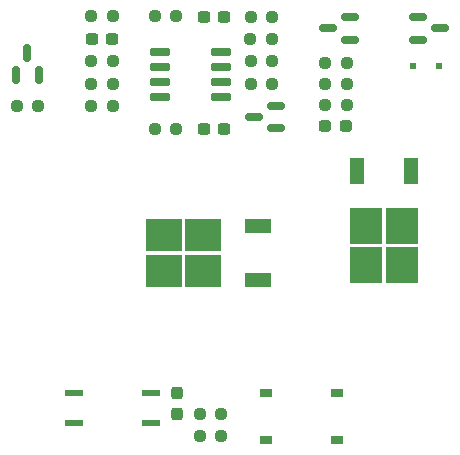
<source format=gbr>
%TF.GenerationSoftware,KiCad,Pcbnew,(6.0.8)*%
%TF.CreationDate,2022-10-20T22:21:07+02:00*%
%TF.ProjectId,WDSSR,57445353-522e-46b6-9963-61645f706362,rev?*%
%TF.SameCoordinates,PX7270e00PY4c4b400*%
%TF.FileFunction,Paste,Top*%
%TF.FilePolarity,Positive*%
%FSLAX45Y45*%
G04 Gerber Fmt 4.5, Leading zero omitted, Abs format (unit mm)*
G04 Created by KiCad (PCBNEW (6.0.8)) date 2022-10-20 22:21:07*
%MOMM*%
%LPD*%
G01*
G04 APERTURE LIST*
G04 Aperture macros list*
%AMRoundRect*
0 Rectangle with rounded corners*
0 $1 Rounding radius*
0 $2 $3 $4 $5 $6 $7 $8 $9 X,Y pos of 4 corners*
0 Add a 4 corners polygon primitive as box body*
4,1,4,$2,$3,$4,$5,$6,$7,$8,$9,$2,$3,0*
0 Add four circle primitives for the rounded corners*
1,1,$1+$1,$2,$3*
1,1,$1+$1,$4,$5*
1,1,$1+$1,$6,$7*
1,1,$1+$1,$8,$9*
0 Add four rect primitives between the rounded corners*
20,1,$1+$1,$2,$3,$4,$5,0*
20,1,$1+$1,$4,$5,$6,$7,0*
20,1,$1+$1,$6,$7,$8,$9,0*
20,1,$1+$1,$8,$9,$2,$3,0*%
G04 Aperture macros list end*
%ADD10R,3.050000X2.750000*%
%ADD11R,2.200000X1.200000*%
%ADD12R,1.000000X0.700000*%
%ADD13RoundRect,0.237500X-0.237500X0.287500X-0.237500X-0.287500X0.237500X-0.287500X0.237500X0.287500X0*%
%ADD14RoundRect,0.137500X0.662500X0.137500X-0.662500X0.137500X-0.662500X-0.137500X0.662500X-0.137500X0*%
%ADD15RoundRect,0.150000X0.150000X-0.587500X0.150000X0.587500X-0.150000X0.587500X-0.150000X-0.587500X0*%
%ADD16R,2.750000X3.050000*%
%ADD17R,1.200000X2.200000*%
%ADD18RoundRect,0.237500X-0.250000X-0.237500X0.250000X-0.237500X0.250000X0.237500X-0.250000X0.237500X0*%
%ADD19RoundRect,0.237500X0.250000X0.237500X-0.250000X0.237500X-0.250000X-0.237500X0.250000X-0.237500X0*%
%ADD20RoundRect,0.150000X-0.587500X-0.150000X0.587500X-0.150000X0.587500X0.150000X-0.587500X0.150000X0*%
%ADD21RoundRect,0.237500X0.300000X0.237500X-0.300000X0.237500X-0.300000X-0.237500X0.300000X-0.237500X0*%
%ADD22RoundRect,0.150000X-0.725000X-0.150000X0.725000X-0.150000X0.725000X0.150000X-0.725000X0.150000X0*%
%ADD23RoundRect,0.150000X0.587500X0.150000X-0.587500X0.150000X-0.587500X-0.150000X0.587500X-0.150000X0*%
%ADD24RoundRect,0.237500X-0.300000X-0.237500X0.300000X-0.237500X0.300000X0.237500X-0.300000X0.237500X0*%
%ADD25RoundRect,0.237500X-0.287500X-0.237500X0.287500X-0.237500X0.287500X0.237500X-0.287500X0.237500X0*%
%ADD26R,0.500000X0.500000*%
G04 APERTURE END LIST*
D10*
X2577500Y-1997500D03*
X2242500Y-1997500D03*
X2577500Y-2302500D03*
X2242500Y-2302500D03*
D11*
X3040000Y-2378000D03*
X3040000Y-1922000D03*
D12*
X3111500Y-3336000D03*
X3111500Y-3736000D03*
X3706500Y-3736000D03*
X3706500Y-3336000D03*
D13*
X2356000Y-3339500D03*
X2356000Y-3514500D03*
D14*
X2134000Y-3594000D03*
X2134000Y-3340000D03*
X1484000Y-3340000D03*
X1484000Y-3594000D03*
D15*
X995000Y-643750D03*
X1185000Y-643750D03*
X1090000Y-456250D03*
D16*
X4257500Y-1921500D03*
X3952500Y-1921500D03*
X4257500Y-2256500D03*
X3952500Y-2256500D03*
D17*
X4333000Y-1459000D03*
X3877000Y-1459000D03*
D18*
X2547750Y-3515000D03*
X2730250Y-3515000D03*
D19*
X2732250Y-3705000D03*
X2549750Y-3705000D03*
D20*
X4396250Y-155000D03*
X4396250Y-345000D03*
X4583750Y-250000D03*
D19*
X3791250Y-540000D03*
X3608750Y-540000D03*
D21*
X2756250Y-1100000D03*
X2583750Y-1100000D03*
D18*
X2168750Y-150000D03*
X2351250Y-150000D03*
D21*
X1805250Y-339000D03*
X1632750Y-339000D03*
D22*
X2212500Y-449500D03*
X2212500Y-576500D03*
X2212500Y-703500D03*
X2212500Y-830500D03*
X2727500Y-830500D03*
X2727500Y-703500D03*
X2727500Y-576500D03*
X2727500Y-449500D03*
D23*
X3823750Y-345000D03*
X3823750Y-155000D03*
X3636250Y-250000D03*
D19*
X2351250Y-1100000D03*
X2168750Y-1100000D03*
D18*
X1628750Y-149000D03*
X1811250Y-149000D03*
X998750Y-910000D03*
X1181250Y-910000D03*
D19*
X3160250Y-343000D03*
X2977750Y-343000D03*
D18*
X3608750Y-900000D03*
X3791250Y-900000D03*
D19*
X3161250Y-720000D03*
X2978750Y-720000D03*
X1811250Y-530000D03*
X1628750Y-530000D03*
D23*
X3193750Y-1095000D03*
X3193750Y-905000D03*
X3006250Y-1000000D03*
D18*
X3608750Y-720000D03*
X3791250Y-720000D03*
D24*
X2583750Y-151000D03*
X2756250Y-151000D03*
D18*
X2978750Y-153000D03*
X3161250Y-153000D03*
D19*
X1812250Y-720000D03*
X1629750Y-720000D03*
D18*
X2978750Y-528000D03*
X3161250Y-528000D03*
D25*
X3612500Y-1080000D03*
X3787500Y-1080000D03*
D18*
X1628750Y-910000D03*
X1811250Y-910000D03*
D26*
X4350000Y-570000D03*
X4570000Y-570000D03*
M02*

</source>
